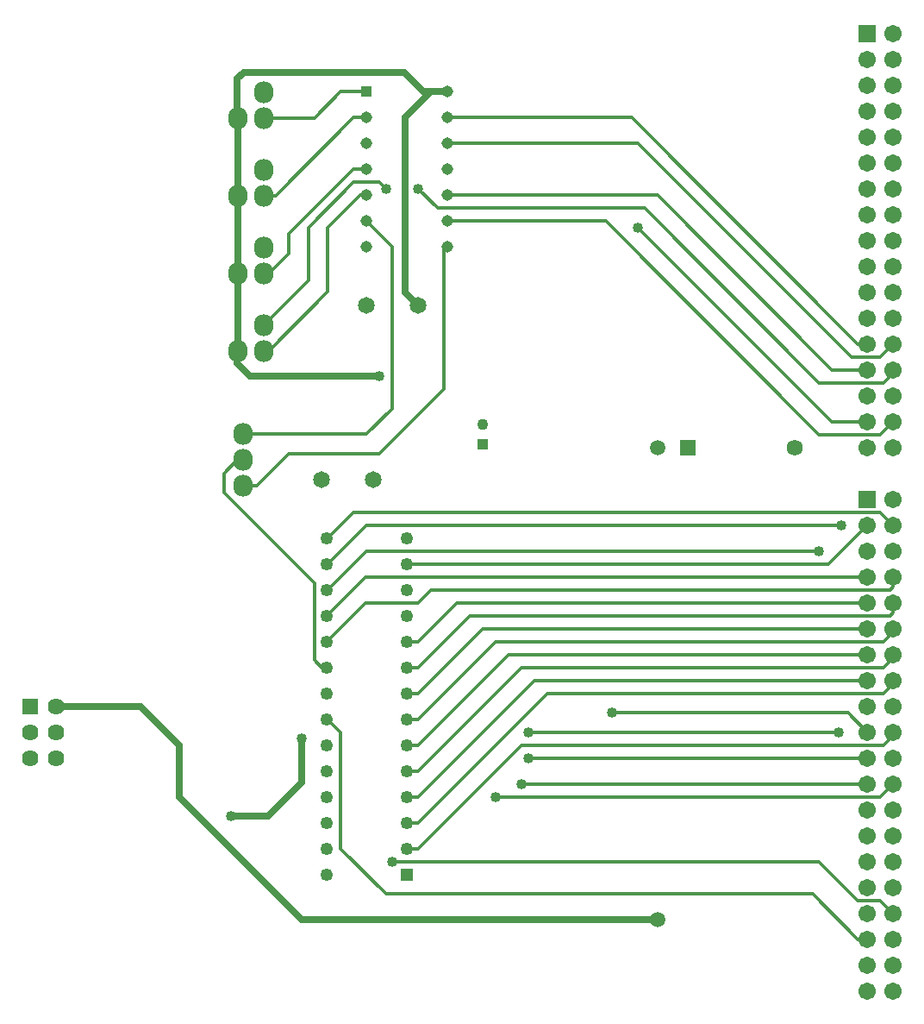
<source format=gbr>
G04 DipTrace 4.3.0.5*
G04 2 - Bottom.gbr*
%MOMM*%
G04 #@! TF.FileFunction,Copper,L2,Bot*
G04 #@! TF.Part,Single*
G04 #@! TA.AperFunction,Conductor*
%ADD16C,0.66*%
%ADD17C,0.3302*%
%ADD18C,0.6604*%
G04 #@! TA.AperFunction,ComponentPad*
%ADD22C,1.65*%
%ADD23R,1.1X1.1*%
%ADD24C,1.1*%
%ADD25R,1.59X1.59*%
%ADD26C,1.59*%
%ADD27R,1.71X1.71*%
%ADD28C,1.71*%
%ADD29R,1.62X1.62*%
%ADD30C,1.62*%
%ADD31O,1.905X2.159*%
%ADD32C,1.5*%
%ADD33R,1.14X1.14*%
%ADD34C,1.14*%
%ADD35R,1.25X1.25*%
%ADD36C,1.25*%
G04 #@! TA.AperFunction,ViaPad*
%ADD37C,1.016*%
%FSLAX35Y35*%
G04*
G71*
G90*
G75*
G01*
G04 Bottom*
%LPD*%
X-4667123Y4127500D2*
D16*
X-4902507D1*
X-5093007Y4318000D1*
X-6667500D1*
X-6731000Y4254500D1*
Y3874900D1*
X-6726300Y3870200D1*
Y1584193D2*
Y1528700D1*
X-6731000Y1524000D1*
Y1460500D1*
X-6604000Y1333500D1*
X-5334000D1*
X-4667123Y4127500D2*
X-4826000D1*
X-5080000Y3873500D1*
Y2159000D1*
X-4953000Y2032000D1*
X-6726300Y3870200D2*
Y3108200D1*
Y2346200D1*
Y1584193D1*
X-5067300Y-1270000D2*
D17*
X-4953000D1*
X-4572000Y-889000D1*
X-539750D1*
X-5067300Y-1524000D2*
X-4953000D1*
X-4445000Y-1016000D1*
X-317500D1*
X-285750Y-984250D1*
Y-889000D1*
X-5067300Y-1778000D2*
X-4953000D1*
X-4318000Y-1143000D1*
X-539750D1*
X-5067300Y-2032000D2*
X-4953000D1*
X-4191000Y-1270000D1*
X-381000D1*
X-254000Y-1143000D1*
X-285750D1*
X-5067300Y-2286000D2*
X-4953000D1*
X-4064000Y-1397000D1*
X-539750D1*
X-5067300Y-2540000D2*
X-4953000D1*
X-3937000Y-1524000D1*
X-381000D1*
X-254000Y-1397000D1*
X-285750D1*
X-5067300Y-2794000D2*
X-4953000D1*
X-3810000Y-1651000D1*
X-539750D1*
X-5067300Y-3048000D2*
X-4953000D1*
X-3683000Y-1778000D1*
X-381000D1*
X-254000Y-1651000D1*
X-285750D1*
X-4191000Y-2794000D2*
X-412750D1*
X-285750Y-2667000D1*
X-3937000D2*
X-539750D1*
X-3873500Y-2159000D2*
X-825500D1*
X-3873500Y-2413000D2*
X-539750D1*
X-5067300Y-3302000D2*
X-4953000D1*
X-3937000Y-2286000D1*
X-381000D1*
X-254000Y-2159000D1*
X-285750D1*
X-3048000Y-1968500D2*
X-730250D1*
X-539750Y-2159000D1*
X-5067300Y-508000D2*
X-920750D1*
X-539750Y-127000D1*
X-5854700Y-254000D2*
X-5842000D1*
X-5588000Y0D1*
X-412750D1*
X-285750Y-127000D1*
X-5854700Y-508000D2*
X-5842000D1*
X-5461000Y-127000D1*
X-793750D1*
X-5854700Y-762000D2*
X-5842000D1*
X-5461000Y-381000D1*
X-1016000D1*
X-539750Y-635000D2*
X-5473700D1*
X-5854700Y-1016000D1*
X-285750Y-635000D2*
Y-730250D1*
X-317500Y-762000D1*
X-4826000D1*
X-4953000Y-889000D1*
X-5473700D1*
X-5854700Y-1270000D1*
X-6096000Y-2222500D2*
D18*
Y-2653907D1*
X-6426593Y-2984500D1*
X-6794500D1*
X-6672173Y257303D2*
D17*
X-6537197D1*
X-6223000Y571500D1*
X-5334000D1*
X-4699000Y1206500D1*
Y2571623D1*
X-4667123Y2603500D1*
X-6672170Y765300D2*
X-5457700D1*
X-5207000Y1016000D1*
Y2603377D1*
X-5461123Y2857500D1*
X-6472327Y3870197D2*
X-5972303D1*
X-5715000Y4127500D1*
X-5461123D1*
X-2603500Y-4000500D2*
D16*
X-6096000D1*
X-7302500Y-2794000D1*
Y-2286000D1*
X-7683500Y-1905000D1*
X-8509000D1*
X-5207000Y-3429000D2*
D17*
X-1016000D1*
X-635000Y-3810000D1*
X-412750D1*
X-285750Y-3937000D1*
X-5854700Y-2032000D2*
X-5842000D1*
X-5715000Y-2159000D1*
Y-3302000D1*
X-5270500Y-3746500D1*
X-1079500D1*
X-635000Y-4191000D1*
X-539750D1*
X-6472327Y3108197D2*
X-6353303D1*
X-5588000Y3873500D1*
X-5461123D1*
X-6472327Y2346197D2*
X-6416803D1*
X-6223000Y2540000D1*
Y2730500D1*
X-5588000Y3365500D1*
X-5461123D1*
X-6472327Y1584197D2*
X-6420107D1*
X-5842000Y2162303D1*
Y2794000D1*
X-5524500Y3111500D1*
X-5461123D1*
X-6672173Y511303D2*
X-6727697D1*
X-6858000Y381000D1*
Y190500D1*
X-5969000Y-698500D1*
Y-1453953D1*
X-5898953Y-1524000D1*
X-5854700D1*
X-4667123Y3873500D2*
X-2857500D1*
X-635000Y1651000D1*
X-539750D1*
X-4667123Y3619500D2*
X-2794000D1*
X-698500Y1524000D1*
X-412750D1*
X-285750Y1651000D1*
X-4667123Y3111500D2*
X-2603500D1*
X-889000Y1397000D1*
X-539750D1*
X-4667123Y2857500D2*
X-3111500D1*
X-1016000Y762000D1*
X-412750D1*
X-285750Y889000D1*
X-539750D2*
X-889000D1*
X-2794000Y2794000D1*
X-285750Y1397000D2*
X-254000D1*
X-381000Y1270000D1*
X-1016000D1*
X-2730500Y2984500D1*
X-4762500D1*
X-4953000Y3175000D1*
X-5270500D2*
X-5334000Y3238500D1*
X-5588000D1*
X-6032500Y2794000D1*
Y2278030D1*
X-6472333Y1838197D1*
D37*
X-5334000Y1333500D3*
X-4191000Y-2794000D3*
X-3937000Y-2667000D3*
X-3873500Y-2159000D3*
X-825500D3*
X-3873500Y-2413000D3*
X-3048000Y-1968500D3*
X-793750Y-127000D3*
X-1016000Y-381000D3*
X-6096000Y-2222500D3*
X-6794500Y-2984500D3*
X-5207000Y-3429000D3*
X-2794000Y2794000D3*
X-4953000Y3175000D3*
X-5270500D3*
D22*
X-5461000Y2032000D3*
X-4953000D3*
D23*
X-4317997Y662000D3*
D24*
X-4318003Y862000D3*
D22*
X-5397500Y317500D3*
X-5905500D3*
D25*
X-2302000Y635000D3*
D26*
X-1254000D3*
D27*
X-539750Y127000D3*
D28*
X-285750D3*
X-539750Y-127000D3*
X-285750D3*
X-539750Y-381000D3*
X-285750D3*
X-539750Y-635000D3*
X-285750D3*
X-539750Y-889000D3*
X-285750D3*
X-539750Y-1143000D3*
X-285750D3*
X-539750Y-1397000D3*
X-285750D3*
X-539750Y-1651000D3*
X-285750D3*
X-539750Y-1905000D3*
X-285750D3*
X-539750Y-2159000D3*
X-285750D3*
X-539750Y-2413000D3*
X-285750D3*
X-539750Y-2667000D3*
X-285750D3*
X-539750Y-2921000D3*
X-285750D3*
X-539750Y-3175000D3*
X-285750D3*
X-539750Y-3429000D3*
X-285750D3*
X-539750Y-3683000D3*
X-285750D3*
X-539750Y-3937000D3*
X-285750D3*
X-539750Y-4191000D3*
X-285750D3*
X-539750Y-4445000D3*
X-285750D3*
X-539750Y-4699000D3*
X-285750D3*
D27*
X-539750Y4699000D3*
D28*
X-285750D3*
X-539750Y4445000D3*
X-285750D3*
X-539750Y4191000D3*
X-285750D3*
X-539750Y3937000D3*
X-285750D3*
X-539750Y3683000D3*
X-285750D3*
X-539750Y3429000D3*
X-285750D3*
X-539750Y3175000D3*
X-285750D3*
X-539750Y2921000D3*
X-285750D3*
X-539750Y2667000D3*
X-285750D3*
X-539750Y2413000D3*
X-285750D3*
X-539750Y2159000D3*
X-285750D3*
X-539750Y1905000D3*
X-285750D3*
X-539750Y1651000D3*
X-285750D3*
X-539750Y1397000D3*
X-285750D3*
X-539750Y1143000D3*
X-285750D3*
X-539750Y889000D3*
X-285750D3*
X-539750Y635000D3*
X-285750D3*
D29*
X-8763000Y-1905000D3*
D30*
X-8509000D3*
X-8763000Y-2159000D3*
X-8509000D3*
X-8763000Y-2413000D3*
X-8509000D3*
D31*
X-6672173Y257303D3*
X-6672170Y765300D3*
X-6672173Y511303D3*
X-6472327Y4124197D3*
X-6726300Y3870200D3*
X-6472327Y3870197D3*
Y3362197D3*
X-6726300Y3108200D3*
X-6472327Y3108197D3*
Y2600197D3*
X-6726300Y2346200D3*
X-6472327Y2346197D3*
X-6472333Y1838196D3*
X-6726300Y1584193D3*
X-6472327Y1584196D3*
D32*
X-2603500Y635000D3*
Y-4000500D3*
D33*
X-5461123Y4127500D3*
D34*
Y3873500D3*
Y3619500D3*
Y3365500D3*
Y3111500D3*
Y2857500D3*
Y2603500D3*
X-4667123D3*
Y2857500D3*
Y3111500D3*
Y3365500D3*
Y3619500D3*
Y3873500D3*
Y4127500D3*
D35*
X-5067300Y-3556000D3*
D36*
Y-3302000D3*
Y-3048000D3*
Y-2794000D3*
Y-2540000D3*
Y-2286000D3*
Y-2032000D3*
Y-1778000D3*
Y-1524000D3*
Y-1270000D3*
Y-1016000D3*
Y-762000D3*
Y-508000D3*
Y-254000D3*
X-5854700D3*
Y-508000D3*
Y-762000D3*
Y-1016000D3*
Y-1270000D3*
Y-1524000D3*
Y-1778000D3*
Y-2032000D3*
Y-2286000D3*
Y-2540000D3*
Y-2794000D3*
Y-3048000D3*
Y-3302000D3*
Y-3556000D3*
M02*

</source>
